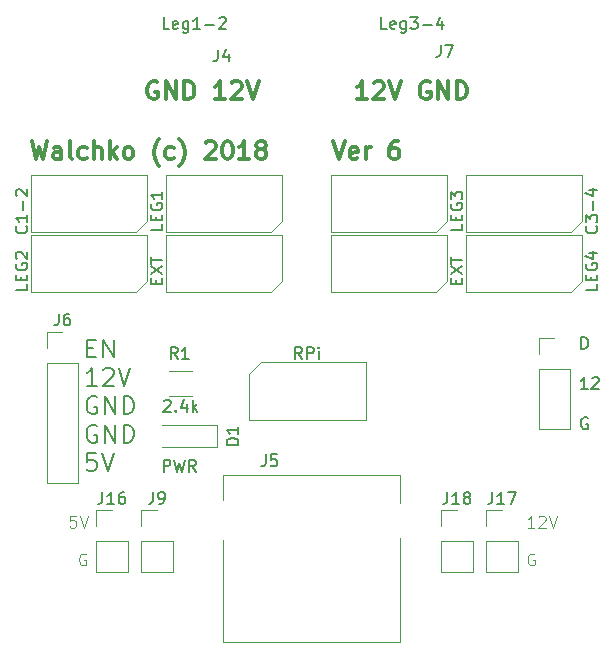
<source format=gbr>
G04 #@! TF.GenerationSoftware,KiCad,Pcbnew,(5.0.1)-4*
G04 #@! TF.CreationDate,2018-11-27T15:03:00-07:00*
G04 #@! TF.ProjectId,robot,726F626F742E6B696361645F70636200,rev?*
G04 #@! TF.SameCoordinates,Original*
G04 #@! TF.FileFunction,Legend,Top*
G04 #@! TF.FilePolarity,Positive*
%FSLAX46Y46*%
G04 Gerber Fmt 4.6, Leading zero omitted, Abs format (unit mm)*
G04 Created by KiCad (PCBNEW (5.0.1)-4) date 11/27/2018 3:03:00 PM*
%MOMM*%
%LPD*%
G01*
G04 APERTURE LIST*
%ADD10C,0.300000*%
%ADD11C,0.150000*%
%ADD12C,0.100000*%
%ADD13C,0.200000*%
%ADD14C,0.120000*%
G04 APERTURE END LIST*
D10*
X139089285Y-67353571D02*
X138232142Y-67353571D01*
X138660714Y-67353571D02*
X138660714Y-65853571D01*
X138517857Y-66067857D01*
X138375000Y-66210714D01*
X138232142Y-66282142D01*
X139660714Y-65996428D02*
X139732142Y-65925000D01*
X139875000Y-65853571D01*
X140232142Y-65853571D01*
X140375000Y-65925000D01*
X140446428Y-65996428D01*
X140517857Y-66139285D01*
X140517857Y-66282142D01*
X140446428Y-66496428D01*
X139589285Y-67353571D01*
X140517857Y-67353571D01*
X140946428Y-65853571D02*
X141446428Y-67353571D01*
X141946428Y-65853571D01*
X144375000Y-65925000D02*
X144232142Y-65853571D01*
X144017857Y-65853571D01*
X143803571Y-65925000D01*
X143660714Y-66067857D01*
X143589285Y-66210714D01*
X143517857Y-66496428D01*
X143517857Y-66710714D01*
X143589285Y-66996428D01*
X143660714Y-67139285D01*
X143803571Y-67282142D01*
X144017857Y-67353571D01*
X144160714Y-67353571D01*
X144375000Y-67282142D01*
X144446428Y-67210714D01*
X144446428Y-66710714D01*
X144160714Y-66710714D01*
X145089285Y-67353571D02*
X145089285Y-65853571D01*
X145946428Y-67353571D01*
X145946428Y-65853571D01*
X146660714Y-67353571D02*
X146660714Y-65853571D01*
X147017857Y-65853571D01*
X147232142Y-65925000D01*
X147375000Y-66067857D01*
X147446428Y-66210714D01*
X147517857Y-66496428D01*
X147517857Y-66710714D01*
X147446428Y-66996428D01*
X147375000Y-67139285D01*
X147232142Y-67282142D01*
X147017857Y-67353571D01*
X146660714Y-67353571D01*
X121309285Y-65925000D02*
X121166428Y-65853571D01*
X120952142Y-65853571D01*
X120737857Y-65925000D01*
X120595000Y-66067857D01*
X120523571Y-66210714D01*
X120452142Y-66496428D01*
X120452142Y-66710714D01*
X120523571Y-66996428D01*
X120595000Y-67139285D01*
X120737857Y-67282142D01*
X120952142Y-67353571D01*
X121095000Y-67353571D01*
X121309285Y-67282142D01*
X121380714Y-67210714D01*
X121380714Y-66710714D01*
X121095000Y-66710714D01*
X122023571Y-67353571D02*
X122023571Y-65853571D01*
X122880714Y-67353571D01*
X122880714Y-65853571D01*
X123595000Y-67353571D02*
X123595000Y-65853571D01*
X123952142Y-65853571D01*
X124166428Y-65925000D01*
X124309285Y-66067857D01*
X124380714Y-66210714D01*
X124452142Y-66496428D01*
X124452142Y-66710714D01*
X124380714Y-66996428D01*
X124309285Y-67139285D01*
X124166428Y-67282142D01*
X123952142Y-67353571D01*
X123595000Y-67353571D01*
X127023571Y-67353571D02*
X126166428Y-67353571D01*
X126595000Y-67353571D02*
X126595000Y-65853571D01*
X126452142Y-66067857D01*
X126309285Y-66210714D01*
X126166428Y-66282142D01*
X127595000Y-65996428D02*
X127666428Y-65925000D01*
X127809285Y-65853571D01*
X128166428Y-65853571D01*
X128309285Y-65925000D01*
X128380714Y-65996428D01*
X128452142Y-66139285D01*
X128452142Y-66282142D01*
X128380714Y-66496428D01*
X127523571Y-67353571D01*
X128452142Y-67353571D01*
X128880714Y-65853571D02*
X129380714Y-67353571D01*
X129880714Y-65853571D01*
D11*
X115389642Y-88437857D02*
X115889642Y-88437857D01*
X116103928Y-89223571D02*
X115389642Y-89223571D01*
X115389642Y-87723571D01*
X116103928Y-87723571D01*
X116746785Y-89223571D02*
X116746785Y-87723571D01*
X117603928Y-89223571D01*
X117603928Y-87723571D01*
X116175357Y-91623571D02*
X115318214Y-91623571D01*
X115746785Y-91623571D02*
X115746785Y-90123571D01*
X115603928Y-90337857D01*
X115461071Y-90480714D01*
X115318214Y-90552142D01*
X116746785Y-90266428D02*
X116818214Y-90195000D01*
X116961071Y-90123571D01*
X117318214Y-90123571D01*
X117461071Y-90195000D01*
X117532500Y-90266428D01*
X117603928Y-90409285D01*
X117603928Y-90552142D01*
X117532500Y-90766428D01*
X116675357Y-91623571D01*
X117603928Y-91623571D01*
X118032500Y-90123571D02*
X118532500Y-91623571D01*
X119032500Y-90123571D01*
X116175357Y-92595000D02*
X116032500Y-92523571D01*
X115818214Y-92523571D01*
X115603928Y-92595000D01*
X115461071Y-92737857D01*
X115389642Y-92880714D01*
X115318214Y-93166428D01*
X115318214Y-93380714D01*
X115389642Y-93666428D01*
X115461071Y-93809285D01*
X115603928Y-93952142D01*
X115818214Y-94023571D01*
X115961071Y-94023571D01*
X116175357Y-93952142D01*
X116246785Y-93880714D01*
X116246785Y-93380714D01*
X115961071Y-93380714D01*
X116889642Y-94023571D02*
X116889642Y-92523571D01*
X117746785Y-94023571D01*
X117746785Y-92523571D01*
X118461071Y-94023571D02*
X118461071Y-92523571D01*
X118818214Y-92523571D01*
X119032500Y-92595000D01*
X119175357Y-92737857D01*
X119246785Y-92880714D01*
X119318214Y-93166428D01*
X119318214Y-93380714D01*
X119246785Y-93666428D01*
X119175357Y-93809285D01*
X119032500Y-93952142D01*
X118818214Y-94023571D01*
X118461071Y-94023571D01*
X116175357Y-94995000D02*
X116032500Y-94923571D01*
X115818214Y-94923571D01*
X115603928Y-94995000D01*
X115461071Y-95137857D01*
X115389642Y-95280714D01*
X115318214Y-95566428D01*
X115318214Y-95780714D01*
X115389642Y-96066428D01*
X115461071Y-96209285D01*
X115603928Y-96352142D01*
X115818214Y-96423571D01*
X115961071Y-96423571D01*
X116175357Y-96352142D01*
X116246785Y-96280714D01*
X116246785Y-95780714D01*
X115961071Y-95780714D01*
X116889642Y-96423571D02*
X116889642Y-94923571D01*
X117746785Y-96423571D01*
X117746785Y-94923571D01*
X118461071Y-96423571D02*
X118461071Y-94923571D01*
X118818214Y-94923571D01*
X119032500Y-94995000D01*
X119175357Y-95137857D01*
X119246785Y-95280714D01*
X119318214Y-95566428D01*
X119318214Y-95780714D01*
X119246785Y-96066428D01*
X119175357Y-96209285D01*
X119032500Y-96352142D01*
X118818214Y-96423571D01*
X118461071Y-96423571D01*
X116103928Y-97323571D02*
X115389642Y-97323571D01*
X115318214Y-98037857D01*
X115389642Y-97966428D01*
X115532500Y-97895000D01*
X115889642Y-97895000D01*
X116032500Y-97966428D01*
X116103928Y-98037857D01*
X116175357Y-98180714D01*
X116175357Y-98537857D01*
X116103928Y-98680714D01*
X116032500Y-98752142D01*
X115889642Y-98823571D01*
X115532500Y-98823571D01*
X115389642Y-98752142D01*
X115318214Y-98680714D01*
X116603928Y-97323571D02*
X117103928Y-98823571D01*
X117603928Y-97323571D01*
D12*
X114409761Y-102627380D02*
X113933571Y-102627380D01*
X113885952Y-103103571D01*
X113933571Y-103055952D01*
X114028809Y-103008333D01*
X114266904Y-103008333D01*
X114362142Y-103055952D01*
X114409761Y-103103571D01*
X114457380Y-103198809D01*
X114457380Y-103436904D01*
X114409761Y-103532142D01*
X114362142Y-103579761D01*
X114266904Y-103627380D01*
X114028809Y-103627380D01*
X113933571Y-103579761D01*
X113885952Y-103532142D01*
X114743095Y-102627380D02*
X115076428Y-103627380D01*
X115409761Y-102627380D01*
X115266904Y-105875000D02*
X115171666Y-105827380D01*
X115028809Y-105827380D01*
X114885952Y-105875000D01*
X114790714Y-105970238D01*
X114743095Y-106065476D01*
X114695476Y-106255952D01*
X114695476Y-106398809D01*
X114743095Y-106589285D01*
X114790714Y-106684523D01*
X114885952Y-106779761D01*
X115028809Y-106827380D01*
X115124047Y-106827380D01*
X115266904Y-106779761D01*
X115314523Y-106732142D01*
X115314523Y-106398809D01*
X115124047Y-106398809D01*
X153226904Y-103627380D02*
X152655476Y-103627380D01*
X152941190Y-103627380D02*
X152941190Y-102627380D01*
X152845952Y-102770238D01*
X152750714Y-102865476D01*
X152655476Y-102913095D01*
X153607857Y-102722619D02*
X153655476Y-102675000D01*
X153750714Y-102627380D01*
X153988809Y-102627380D01*
X154084047Y-102675000D01*
X154131666Y-102722619D01*
X154179285Y-102817857D01*
X154179285Y-102913095D01*
X154131666Y-103055952D01*
X153560238Y-103627380D01*
X154179285Y-103627380D01*
X154465000Y-102627380D02*
X154798333Y-103627380D01*
X155131666Y-102627380D01*
X153226904Y-105875000D02*
X153131666Y-105827380D01*
X152988809Y-105827380D01*
X152845952Y-105875000D01*
X152750714Y-105970238D01*
X152703095Y-106065476D01*
X152655476Y-106255952D01*
X152655476Y-106398809D01*
X152703095Y-106589285D01*
X152750714Y-106684523D01*
X152845952Y-106779761D01*
X152988809Y-106827380D01*
X153084047Y-106827380D01*
X153226904Y-106779761D01*
X153274523Y-106732142D01*
X153274523Y-106398809D01*
X153084047Y-106398809D01*
D13*
X157213095Y-88492380D02*
X157213095Y-87492380D01*
X157451190Y-87492380D01*
X157594047Y-87540000D01*
X157689285Y-87635238D01*
X157736904Y-87730476D01*
X157784523Y-87920952D01*
X157784523Y-88063809D01*
X157736904Y-88254285D01*
X157689285Y-88349523D01*
X157594047Y-88444761D01*
X157451190Y-88492380D01*
X157213095Y-88492380D01*
X157736904Y-91892380D02*
X157165476Y-91892380D01*
X157451190Y-91892380D02*
X157451190Y-90892380D01*
X157355952Y-91035238D01*
X157260714Y-91130476D01*
X157165476Y-91178095D01*
X158117857Y-90987619D02*
X158165476Y-90940000D01*
X158260714Y-90892380D01*
X158498809Y-90892380D01*
X158594047Y-90940000D01*
X158641666Y-90987619D01*
X158689285Y-91082857D01*
X158689285Y-91178095D01*
X158641666Y-91320952D01*
X158070238Y-91892380D01*
X158689285Y-91892380D01*
X157736904Y-94340000D02*
X157641666Y-94292380D01*
X157498809Y-94292380D01*
X157355952Y-94340000D01*
X157260714Y-94435238D01*
X157213095Y-94530476D01*
X157165476Y-94720952D01*
X157165476Y-94863809D01*
X157213095Y-95054285D01*
X157260714Y-95149523D01*
X157355952Y-95244761D01*
X157498809Y-95292380D01*
X157594047Y-95292380D01*
X157736904Y-95244761D01*
X157784523Y-95197142D01*
X157784523Y-94863809D01*
X157594047Y-94863809D01*
D10*
X136172142Y-70933571D02*
X136672142Y-72433571D01*
X137172142Y-70933571D01*
X138243571Y-72362142D02*
X138100714Y-72433571D01*
X137815000Y-72433571D01*
X137672142Y-72362142D01*
X137600714Y-72219285D01*
X137600714Y-71647857D01*
X137672142Y-71505000D01*
X137815000Y-71433571D01*
X138100714Y-71433571D01*
X138243571Y-71505000D01*
X138315000Y-71647857D01*
X138315000Y-71790714D01*
X137600714Y-71933571D01*
X138957857Y-72433571D02*
X138957857Y-71433571D01*
X138957857Y-71719285D02*
X139029285Y-71576428D01*
X139100714Y-71505000D01*
X139243571Y-71433571D01*
X139386428Y-71433571D01*
X141672142Y-70933571D02*
X141386428Y-70933571D01*
X141243571Y-71005000D01*
X141172142Y-71076428D01*
X141029285Y-71290714D01*
X140957857Y-71576428D01*
X140957857Y-72147857D01*
X141029285Y-72290714D01*
X141100714Y-72362142D01*
X141243571Y-72433571D01*
X141529285Y-72433571D01*
X141672142Y-72362142D01*
X141743571Y-72290714D01*
X141815000Y-72147857D01*
X141815000Y-71790714D01*
X141743571Y-71647857D01*
X141672142Y-71576428D01*
X141529285Y-71505000D01*
X141243571Y-71505000D01*
X141100714Y-71576428D01*
X141029285Y-71647857D01*
X140957857Y-71790714D01*
X110685714Y-70933571D02*
X111042857Y-72433571D01*
X111328571Y-71362142D01*
X111614285Y-72433571D01*
X111971428Y-70933571D01*
X113185714Y-72433571D02*
X113185714Y-71647857D01*
X113114285Y-71505000D01*
X112971428Y-71433571D01*
X112685714Y-71433571D01*
X112542857Y-71505000D01*
X113185714Y-72362142D02*
X113042857Y-72433571D01*
X112685714Y-72433571D01*
X112542857Y-72362142D01*
X112471428Y-72219285D01*
X112471428Y-72076428D01*
X112542857Y-71933571D01*
X112685714Y-71862142D01*
X113042857Y-71862142D01*
X113185714Y-71790714D01*
X114114285Y-72433571D02*
X113971428Y-72362142D01*
X113900000Y-72219285D01*
X113900000Y-70933571D01*
X115328571Y-72362142D02*
X115185714Y-72433571D01*
X114900000Y-72433571D01*
X114757142Y-72362142D01*
X114685714Y-72290714D01*
X114614285Y-72147857D01*
X114614285Y-71719285D01*
X114685714Y-71576428D01*
X114757142Y-71505000D01*
X114900000Y-71433571D01*
X115185714Y-71433571D01*
X115328571Y-71505000D01*
X115971428Y-72433571D02*
X115971428Y-70933571D01*
X116614285Y-72433571D02*
X116614285Y-71647857D01*
X116542857Y-71505000D01*
X116400000Y-71433571D01*
X116185714Y-71433571D01*
X116042857Y-71505000D01*
X115971428Y-71576428D01*
X117328571Y-72433571D02*
X117328571Y-70933571D01*
X117471428Y-71862142D02*
X117900000Y-72433571D01*
X117900000Y-71433571D02*
X117328571Y-72005000D01*
X118757142Y-72433571D02*
X118614285Y-72362142D01*
X118542857Y-72290714D01*
X118471428Y-72147857D01*
X118471428Y-71719285D01*
X118542857Y-71576428D01*
X118614285Y-71505000D01*
X118757142Y-71433571D01*
X118971428Y-71433571D01*
X119114285Y-71505000D01*
X119185714Y-71576428D01*
X119257142Y-71719285D01*
X119257142Y-72147857D01*
X119185714Y-72290714D01*
X119114285Y-72362142D01*
X118971428Y-72433571D01*
X118757142Y-72433571D01*
X121471428Y-73005000D02*
X121400000Y-72933571D01*
X121257142Y-72719285D01*
X121185714Y-72576428D01*
X121114285Y-72362142D01*
X121042857Y-72005000D01*
X121042857Y-71719285D01*
X121114285Y-71362142D01*
X121185714Y-71147857D01*
X121257142Y-71005000D01*
X121400000Y-70790714D01*
X121471428Y-70719285D01*
X122685714Y-72362142D02*
X122542857Y-72433571D01*
X122257142Y-72433571D01*
X122114285Y-72362142D01*
X122042857Y-72290714D01*
X121971428Y-72147857D01*
X121971428Y-71719285D01*
X122042857Y-71576428D01*
X122114285Y-71505000D01*
X122257142Y-71433571D01*
X122542857Y-71433571D01*
X122685714Y-71505000D01*
X123185714Y-73005000D02*
X123257142Y-72933571D01*
X123400000Y-72719285D01*
X123471428Y-72576428D01*
X123542857Y-72362142D01*
X123614285Y-72005000D01*
X123614285Y-71719285D01*
X123542857Y-71362142D01*
X123471428Y-71147857D01*
X123400000Y-71005000D01*
X123257142Y-70790714D01*
X123185714Y-70719285D01*
X125400000Y-71076428D02*
X125471428Y-71005000D01*
X125614285Y-70933571D01*
X125971428Y-70933571D01*
X126114285Y-71005000D01*
X126185714Y-71076428D01*
X126257142Y-71219285D01*
X126257142Y-71362142D01*
X126185714Y-71576428D01*
X125328571Y-72433571D01*
X126257142Y-72433571D01*
X127185714Y-70933571D02*
X127328571Y-70933571D01*
X127471428Y-71005000D01*
X127542857Y-71076428D01*
X127614285Y-71219285D01*
X127685714Y-71505000D01*
X127685714Y-71862142D01*
X127614285Y-72147857D01*
X127542857Y-72290714D01*
X127471428Y-72362142D01*
X127328571Y-72433571D01*
X127185714Y-72433571D01*
X127042857Y-72362142D01*
X126971428Y-72290714D01*
X126900000Y-72147857D01*
X126828571Y-71862142D01*
X126828571Y-71505000D01*
X126900000Y-71219285D01*
X126971428Y-71076428D01*
X127042857Y-71005000D01*
X127185714Y-70933571D01*
X129114285Y-72433571D02*
X128257142Y-72433571D01*
X128685714Y-72433571D02*
X128685714Y-70933571D01*
X128542857Y-71147857D01*
X128400000Y-71290714D01*
X128257142Y-71362142D01*
X129971428Y-71576428D02*
X129828571Y-71505000D01*
X129757142Y-71433571D01*
X129685714Y-71290714D01*
X129685714Y-71219285D01*
X129757142Y-71076428D01*
X129828571Y-71005000D01*
X129971428Y-70933571D01*
X130257142Y-70933571D01*
X130400000Y-71005000D01*
X130471428Y-71076428D01*
X130542857Y-71219285D01*
X130542857Y-71290714D01*
X130471428Y-71433571D01*
X130400000Y-71505000D01*
X130257142Y-71576428D01*
X129971428Y-71576428D01*
X129828571Y-71647857D01*
X129757142Y-71719285D01*
X129685714Y-71862142D01*
X129685714Y-72147857D01*
X129757142Y-72290714D01*
X129828571Y-72362142D01*
X129971428Y-72433571D01*
X130257142Y-72433571D01*
X130400000Y-72362142D01*
X130471428Y-72290714D01*
X130542857Y-72147857D01*
X130542857Y-71862142D01*
X130471428Y-71719285D01*
X130400000Y-71647857D01*
X130257142Y-71576428D01*
D14*
G04 #@! TO.C,D1*
X126385000Y-96835000D02*
X126385000Y-94935000D01*
X126385000Y-94935000D02*
X121685000Y-94935000D01*
X126385000Y-96835000D02*
X121685000Y-96835000D01*
G04 #@! TO.C,J1*
X119480000Y-78635000D02*
X120480000Y-77635000D01*
X110580000Y-73735000D02*
X110580000Y-78635000D01*
X110580000Y-78635000D02*
X119480000Y-78635000D01*
X120480000Y-77635000D02*
X120480000Y-73735000D01*
X120480000Y-73735000D02*
X110580000Y-73735000D01*
G04 #@! TO.C,J3*
X153610000Y-95310000D02*
X156270000Y-95310000D01*
X153610000Y-90170000D02*
X153610000Y-95310000D01*
X156270000Y-90170000D02*
X156270000Y-95310000D01*
X153610000Y-90170000D02*
X156270000Y-90170000D01*
X153610000Y-88900000D02*
X153610000Y-87570000D01*
X153610000Y-87570000D02*
X154940000Y-87570000D01*
G04 #@! TO.C,J8*
X130910000Y-78635000D02*
X131910000Y-77635000D01*
X122010000Y-73735000D02*
X122010000Y-78635000D01*
X122010000Y-78635000D02*
X130910000Y-78635000D01*
X131910000Y-77635000D02*
X131910000Y-73735000D01*
X131910000Y-73735000D02*
X122010000Y-73735000D01*
G04 #@! TO.C,J10*
X119480000Y-83715000D02*
X120480000Y-82715000D01*
X110580000Y-78815000D02*
X110580000Y-83715000D01*
X110580000Y-83715000D02*
X119480000Y-83715000D01*
X120480000Y-82715000D02*
X120480000Y-78815000D01*
X120480000Y-78815000D02*
X110580000Y-78815000D01*
G04 #@! TO.C,J11*
X130910000Y-83715000D02*
X131910000Y-82715000D01*
X122010000Y-78815000D02*
X122010000Y-83715000D01*
X122010000Y-83715000D02*
X130910000Y-83715000D01*
X131910000Y-82715000D02*
X131910000Y-78815000D01*
X131910000Y-78815000D02*
X122010000Y-78815000D01*
G04 #@! TO.C,R1*
X124285000Y-92510000D02*
X122285000Y-92510000D01*
X122285000Y-90370000D02*
X124285000Y-90370000D01*
G04 #@! TO.C,J12*
X156310000Y-83715000D02*
X157310000Y-82715000D01*
X147410000Y-78815000D02*
X147410000Y-83715000D01*
X147410000Y-83715000D02*
X156310000Y-83715000D01*
X157310000Y-82715000D02*
X157310000Y-78815000D01*
X157310000Y-78815000D02*
X147410000Y-78815000D01*
G04 #@! TO.C,J13*
X144880000Y-83715000D02*
X145880000Y-82715000D01*
X135980000Y-78815000D02*
X135980000Y-83715000D01*
X135980000Y-83715000D02*
X144880000Y-83715000D01*
X145880000Y-82715000D02*
X145880000Y-78815000D01*
X145880000Y-78815000D02*
X135980000Y-78815000D01*
G04 #@! TO.C,J14*
X156310000Y-78635000D02*
X157310000Y-77635000D01*
X147410000Y-73735000D02*
X147410000Y-78635000D01*
X147410000Y-78635000D02*
X156310000Y-78635000D01*
X157310000Y-77635000D02*
X157310000Y-73735000D01*
X157310000Y-73735000D02*
X147410000Y-73735000D01*
G04 #@! TO.C,J15*
X144880000Y-78635000D02*
X145880000Y-77635000D01*
X135980000Y-73735000D02*
X135980000Y-78635000D01*
X135980000Y-78635000D02*
X144880000Y-78635000D01*
X145880000Y-77635000D02*
X145880000Y-73735000D01*
X145880000Y-73735000D02*
X135980000Y-73735000D01*
G04 #@! TO.C,J2*
X130075000Y-89640000D02*
X129075000Y-90640000D01*
X138975000Y-94540000D02*
X138975000Y-89640000D01*
X138975000Y-89640000D02*
X130075000Y-89640000D01*
X129075000Y-90640000D02*
X129075000Y-94540000D01*
X129075000Y-94540000D02*
X138975000Y-94540000D01*
G04 #@! TO.C,J5*
X126870000Y-104680000D02*
X126870000Y-113280000D01*
X141860000Y-104480000D02*
X141860000Y-113280000D01*
X141860000Y-113280000D02*
X126870000Y-113280000D01*
X141860000Y-99190000D02*
X126870000Y-99190000D01*
X126870000Y-99190000D02*
X126870000Y-101310000D01*
X141860000Y-99190000D02*
X141860000Y-101520000D01*
G04 #@! TO.C,J6*
X111954000Y-87062000D02*
X113284000Y-87062000D01*
X111954000Y-88392000D02*
X111954000Y-87062000D01*
X111954000Y-89662000D02*
X114614000Y-89662000D01*
X114614000Y-89662000D02*
X114614000Y-99882000D01*
X111954000Y-89662000D02*
X111954000Y-99882000D01*
X111954000Y-99882000D02*
X114614000Y-99882000D01*
G04 #@! TO.C,J9*
X119955000Y-107375000D02*
X122615000Y-107375000D01*
X119955000Y-104775000D02*
X119955000Y-107375000D01*
X122615000Y-104775000D02*
X122615000Y-107375000D01*
X119955000Y-104775000D02*
X122615000Y-104775000D01*
X119955000Y-103505000D02*
X119955000Y-102175000D01*
X119955000Y-102175000D02*
X121285000Y-102175000D01*
G04 #@! TO.C,J16*
X116145000Y-102175000D02*
X117475000Y-102175000D01*
X116145000Y-103505000D02*
X116145000Y-102175000D01*
X116145000Y-104775000D02*
X118805000Y-104775000D01*
X118805000Y-104775000D02*
X118805000Y-107375000D01*
X116145000Y-104775000D02*
X116145000Y-107375000D01*
X116145000Y-107375000D02*
X118805000Y-107375000D01*
G04 #@! TO.C,J17*
X149165000Y-107375000D02*
X151825000Y-107375000D01*
X149165000Y-104775000D02*
X149165000Y-107375000D01*
X151825000Y-104775000D02*
X151825000Y-107375000D01*
X149165000Y-104775000D02*
X151825000Y-104775000D01*
X149165000Y-103505000D02*
X149165000Y-102175000D01*
X149165000Y-102175000D02*
X150495000Y-102175000D01*
G04 #@! TO.C,J18*
X145355000Y-102175000D02*
X146685000Y-102175000D01*
X145355000Y-103505000D02*
X145355000Y-102175000D01*
X145355000Y-104775000D02*
X148015000Y-104775000D01*
X148015000Y-104775000D02*
X148015000Y-107375000D01*
X145355000Y-104775000D02*
X145355000Y-107375000D01*
X145355000Y-107375000D02*
X148015000Y-107375000D01*
G04 #@! TO.C,D1*
D11*
X128182380Y-96623095D02*
X127182380Y-96623095D01*
X127182380Y-96385000D01*
X127230000Y-96242142D01*
X127325238Y-96146904D01*
X127420476Y-96099285D01*
X127610952Y-96051666D01*
X127753809Y-96051666D01*
X127944285Y-96099285D01*
X128039523Y-96146904D01*
X128134761Y-96242142D01*
X128182380Y-96385000D01*
X128182380Y-96623095D01*
X128182380Y-95099285D02*
X128182380Y-95670714D01*
X128182380Y-95385000D02*
X127182380Y-95385000D01*
X127325238Y-95480238D01*
X127420476Y-95575476D01*
X127468095Y-95670714D01*
X121856666Y-98877380D02*
X121856666Y-97877380D01*
X122237619Y-97877380D01*
X122332857Y-97925000D01*
X122380476Y-97972619D01*
X122428095Y-98067857D01*
X122428095Y-98210714D01*
X122380476Y-98305952D01*
X122332857Y-98353571D01*
X122237619Y-98401190D01*
X121856666Y-98401190D01*
X122761428Y-97877380D02*
X122999523Y-98877380D01*
X123190000Y-98163095D01*
X123380476Y-98877380D01*
X123618571Y-97877380D01*
X124570952Y-98877380D02*
X124237619Y-98401190D01*
X123999523Y-98877380D02*
X123999523Y-97877380D01*
X124380476Y-97877380D01*
X124475714Y-97925000D01*
X124523333Y-97972619D01*
X124570952Y-98067857D01*
X124570952Y-98210714D01*
X124523333Y-98305952D01*
X124475714Y-98353571D01*
X124380476Y-98401190D01*
X123999523Y-98401190D01*
G04 #@! TO.C,J1*
X110212142Y-78096904D02*
X110259761Y-78144523D01*
X110307380Y-78287380D01*
X110307380Y-78382619D01*
X110259761Y-78525476D01*
X110164523Y-78620714D01*
X110069285Y-78668333D01*
X109878809Y-78715952D01*
X109735952Y-78715952D01*
X109545476Y-78668333D01*
X109450238Y-78620714D01*
X109355000Y-78525476D01*
X109307380Y-78382619D01*
X109307380Y-78287380D01*
X109355000Y-78144523D01*
X109402619Y-78096904D01*
X110307380Y-77144523D02*
X110307380Y-77715952D01*
X110307380Y-77430238D02*
X109307380Y-77430238D01*
X109450238Y-77525476D01*
X109545476Y-77620714D01*
X109593095Y-77715952D01*
X109926428Y-76715952D02*
X109926428Y-75954047D01*
X109402619Y-75525476D02*
X109355000Y-75477857D01*
X109307380Y-75382619D01*
X109307380Y-75144523D01*
X109355000Y-75049285D01*
X109402619Y-75001666D01*
X109497857Y-74954047D01*
X109593095Y-74954047D01*
X109735952Y-75001666D01*
X110307380Y-75573095D01*
X110307380Y-74954047D01*
G04 #@! TO.C,J8*
X121737380Y-77954047D02*
X121737380Y-78430238D01*
X120737380Y-78430238D01*
X121213571Y-77620714D02*
X121213571Y-77287380D01*
X121737380Y-77144523D02*
X121737380Y-77620714D01*
X120737380Y-77620714D01*
X120737380Y-77144523D01*
X120785000Y-76192142D02*
X120737380Y-76287380D01*
X120737380Y-76430238D01*
X120785000Y-76573095D01*
X120880238Y-76668333D01*
X120975476Y-76715952D01*
X121165952Y-76763571D01*
X121308809Y-76763571D01*
X121499285Y-76715952D01*
X121594523Y-76668333D01*
X121689761Y-76573095D01*
X121737380Y-76430238D01*
X121737380Y-76335000D01*
X121689761Y-76192142D01*
X121642142Y-76144523D01*
X121308809Y-76144523D01*
X121308809Y-76335000D01*
X121737380Y-75192142D02*
X121737380Y-75763571D01*
X121737380Y-75477857D02*
X120737380Y-75477857D01*
X120880238Y-75573095D01*
X120975476Y-75668333D01*
X121023095Y-75763571D01*
G04 #@! TO.C,J10*
X110307380Y-83034047D02*
X110307380Y-83510238D01*
X109307380Y-83510238D01*
X109783571Y-82700714D02*
X109783571Y-82367380D01*
X110307380Y-82224523D02*
X110307380Y-82700714D01*
X109307380Y-82700714D01*
X109307380Y-82224523D01*
X109355000Y-81272142D02*
X109307380Y-81367380D01*
X109307380Y-81510238D01*
X109355000Y-81653095D01*
X109450238Y-81748333D01*
X109545476Y-81795952D01*
X109735952Y-81843571D01*
X109878809Y-81843571D01*
X110069285Y-81795952D01*
X110164523Y-81748333D01*
X110259761Y-81653095D01*
X110307380Y-81510238D01*
X110307380Y-81415000D01*
X110259761Y-81272142D01*
X110212142Y-81224523D01*
X109878809Y-81224523D01*
X109878809Y-81415000D01*
X109402619Y-80843571D02*
X109355000Y-80795952D01*
X109307380Y-80700714D01*
X109307380Y-80462619D01*
X109355000Y-80367380D01*
X109402619Y-80319761D01*
X109497857Y-80272142D01*
X109593095Y-80272142D01*
X109735952Y-80319761D01*
X110307380Y-80891190D01*
X110307380Y-80272142D01*
G04 #@! TO.C,J11*
X121213571Y-82986428D02*
X121213571Y-82653095D01*
X121737380Y-82510238D02*
X121737380Y-82986428D01*
X120737380Y-82986428D01*
X120737380Y-82510238D01*
X120737380Y-82176904D02*
X121737380Y-81510238D01*
X120737380Y-81510238D02*
X121737380Y-82176904D01*
X120737380Y-81272142D02*
X120737380Y-80700714D01*
X121737380Y-80986428D02*
X120737380Y-80986428D01*
G04 #@! TO.C,R1*
X123023333Y-89352380D02*
X122690000Y-88876190D01*
X122451904Y-89352380D02*
X122451904Y-88352380D01*
X122832857Y-88352380D01*
X122928095Y-88400000D01*
X122975714Y-88447619D01*
X123023333Y-88542857D01*
X123023333Y-88685714D01*
X122975714Y-88780952D01*
X122928095Y-88828571D01*
X122832857Y-88876190D01*
X122451904Y-88876190D01*
X123975714Y-89352380D02*
X123404285Y-89352380D01*
X123690000Y-89352380D02*
X123690000Y-88352380D01*
X123594761Y-88495238D01*
X123499523Y-88590476D01*
X123404285Y-88638095D01*
X121880238Y-92892619D02*
X121927857Y-92845000D01*
X122023095Y-92797380D01*
X122261190Y-92797380D01*
X122356428Y-92845000D01*
X122404047Y-92892619D01*
X122451666Y-92987857D01*
X122451666Y-93083095D01*
X122404047Y-93225952D01*
X121832619Y-93797380D01*
X122451666Y-93797380D01*
X122880238Y-93702142D02*
X122927857Y-93749761D01*
X122880238Y-93797380D01*
X122832619Y-93749761D01*
X122880238Y-93702142D01*
X122880238Y-93797380D01*
X123785000Y-93130714D02*
X123785000Y-93797380D01*
X123546904Y-92749761D02*
X123308809Y-93464047D01*
X123927857Y-93464047D01*
X124308809Y-93797380D02*
X124308809Y-92797380D01*
X124404047Y-93416428D02*
X124689761Y-93797380D01*
X124689761Y-93130714D02*
X124308809Y-93511666D01*
G04 #@! TO.C,J12*
X158567380Y-83034047D02*
X158567380Y-83510238D01*
X157567380Y-83510238D01*
X158043571Y-82700714D02*
X158043571Y-82367380D01*
X158567380Y-82224523D02*
X158567380Y-82700714D01*
X157567380Y-82700714D01*
X157567380Y-82224523D01*
X157615000Y-81272142D02*
X157567380Y-81367380D01*
X157567380Y-81510238D01*
X157615000Y-81653095D01*
X157710238Y-81748333D01*
X157805476Y-81795952D01*
X157995952Y-81843571D01*
X158138809Y-81843571D01*
X158329285Y-81795952D01*
X158424523Y-81748333D01*
X158519761Y-81653095D01*
X158567380Y-81510238D01*
X158567380Y-81415000D01*
X158519761Y-81272142D01*
X158472142Y-81224523D01*
X158138809Y-81224523D01*
X158138809Y-81415000D01*
X157900714Y-80367380D02*
X158567380Y-80367380D01*
X157519761Y-80605476D02*
X158234047Y-80843571D01*
X158234047Y-80224523D01*
G04 #@! TO.C,J13*
X146613571Y-82986428D02*
X146613571Y-82653095D01*
X147137380Y-82510238D02*
X147137380Y-82986428D01*
X146137380Y-82986428D01*
X146137380Y-82510238D01*
X146137380Y-82176904D02*
X147137380Y-81510238D01*
X146137380Y-81510238D02*
X147137380Y-82176904D01*
X146137380Y-81272142D02*
X146137380Y-80700714D01*
X147137380Y-80986428D02*
X146137380Y-80986428D01*
G04 #@! TO.C,J14*
X158472142Y-78096904D02*
X158519761Y-78144523D01*
X158567380Y-78287380D01*
X158567380Y-78382619D01*
X158519761Y-78525476D01*
X158424523Y-78620714D01*
X158329285Y-78668333D01*
X158138809Y-78715952D01*
X157995952Y-78715952D01*
X157805476Y-78668333D01*
X157710238Y-78620714D01*
X157615000Y-78525476D01*
X157567380Y-78382619D01*
X157567380Y-78287380D01*
X157615000Y-78144523D01*
X157662619Y-78096904D01*
X157567380Y-77763571D02*
X157567380Y-77144523D01*
X157948333Y-77477857D01*
X157948333Y-77335000D01*
X157995952Y-77239761D01*
X158043571Y-77192142D01*
X158138809Y-77144523D01*
X158376904Y-77144523D01*
X158472142Y-77192142D01*
X158519761Y-77239761D01*
X158567380Y-77335000D01*
X158567380Y-77620714D01*
X158519761Y-77715952D01*
X158472142Y-77763571D01*
X158186428Y-76715952D02*
X158186428Y-75954047D01*
X157900714Y-75049285D02*
X158567380Y-75049285D01*
X157519761Y-75287380D02*
X158234047Y-75525476D01*
X158234047Y-74906428D01*
G04 #@! TO.C,J15*
X147137380Y-77954047D02*
X147137380Y-78430238D01*
X146137380Y-78430238D01*
X146613571Y-77620714D02*
X146613571Y-77287380D01*
X147137380Y-77144523D02*
X147137380Y-77620714D01*
X146137380Y-77620714D01*
X146137380Y-77144523D01*
X146185000Y-76192142D02*
X146137380Y-76287380D01*
X146137380Y-76430238D01*
X146185000Y-76573095D01*
X146280238Y-76668333D01*
X146375476Y-76715952D01*
X146565952Y-76763571D01*
X146708809Y-76763571D01*
X146899285Y-76715952D01*
X146994523Y-76668333D01*
X147089761Y-76573095D01*
X147137380Y-76430238D01*
X147137380Y-76335000D01*
X147089761Y-76192142D01*
X147042142Y-76144523D01*
X146708809Y-76144523D01*
X146708809Y-76335000D01*
X146137380Y-75811190D02*
X146137380Y-75192142D01*
X146518333Y-75525476D01*
X146518333Y-75382619D01*
X146565952Y-75287380D01*
X146613571Y-75239761D01*
X146708809Y-75192142D01*
X146946904Y-75192142D01*
X147042142Y-75239761D01*
X147089761Y-75287380D01*
X147137380Y-75382619D01*
X147137380Y-75668333D01*
X147089761Y-75763571D01*
X147042142Y-75811190D01*
G04 #@! TO.C,J2*
X133556428Y-89352380D02*
X133223095Y-88876190D01*
X132985000Y-89352380D02*
X132985000Y-88352380D01*
X133365952Y-88352380D01*
X133461190Y-88400000D01*
X133508809Y-88447619D01*
X133556428Y-88542857D01*
X133556428Y-88685714D01*
X133508809Y-88780952D01*
X133461190Y-88828571D01*
X133365952Y-88876190D01*
X132985000Y-88876190D01*
X133985000Y-89352380D02*
X133985000Y-88352380D01*
X134365952Y-88352380D01*
X134461190Y-88400000D01*
X134508809Y-88447619D01*
X134556428Y-88542857D01*
X134556428Y-88685714D01*
X134508809Y-88780952D01*
X134461190Y-88828571D01*
X134365952Y-88876190D01*
X133985000Y-88876190D01*
X134985000Y-89352380D02*
X134985000Y-88685714D01*
X134985000Y-88352380D02*
X134937380Y-88400000D01*
X134985000Y-88447619D01*
X135032619Y-88400000D01*
X134985000Y-88352380D01*
X134985000Y-88447619D01*
G04 #@! TO.C,J5*
X130476666Y-97432380D02*
X130476666Y-98146666D01*
X130429047Y-98289523D01*
X130333809Y-98384761D01*
X130190952Y-98432380D01*
X130095714Y-98432380D01*
X131429047Y-97432380D02*
X130952857Y-97432380D01*
X130905238Y-97908571D01*
X130952857Y-97860952D01*
X131048095Y-97813333D01*
X131286190Y-97813333D01*
X131381428Y-97860952D01*
X131429047Y-97908571D01*
X131476666Y-98003809D01*
X131476666Y-98241904D01*
X131429047Y-98337142D01*
X131381428Y-98384761D01*
X131286190Y-98432380D01*
X131048095Y-98432380D01*
X130952857Y-98384761D01*
X130905238Y-98337142D01*
G04 #@! TO.C,J6*
X112950666Y-85514380D02*
X112950666Y-86228666D01*
X112903047Y-86371523D01*
X112807809Y-86466761D01*
X112664952Y-86514380D01*
X112569714Y-86514380D01*
X113855428Y-85514380D02*
X113664952Y-85514380D01*
X113569714Y-85562000D01*
X113522095Y-85609619D01*
X113426857Y-85752476D01*
X113379238Y-85942952D01*
X113379238Y-86323904D01*
X113426857Y-86419142D01*
X113474476Y-86466761D01*
X113569714Y-86514380D01*
X113760190Y-86514380D01*
X113855428Y-86466761D01*
X113903047Y-86419142D01*
X113950666Y-86323904D01*
X113950666Y-86085809D01*
X113903047Y-85990571D01*
X113855428Y-85942952D01*
X113760190Y-85895333D01*
X113569714Y-85895333D01*
X113474476Y-85942952D01*
X113426857Y-85990571D01*
X113379238Y-86085809D01*
G04 #@! TO.C,*
G04 #@! TO.C,J4*
X126438066Y-63155580D02*
X126438066Y-63869866D01*
X126390447Y-64012723D01*
X126295209Y-64107961D01*
X126152352Y-64155580D01*
X126057114Y-64155580D01*
X127342828Y-63488914D02*
X127342828Y-64155580D01*
X127104733Y-63107961D02*
X126866638Y-63822247D01*
X127485685Y-63822247D01*
X122317142Y-61412380D02*
X121840952Y-61412380D01*
X121840952Y-60412380D01*
X123031428Y-61364761D02*
X122936190Y-61412380D01*
X122745714Y-61412380D01*
X122650476Y-61364761D01*
X122602857Y-61269523D01*
X122602857Y-60888571D01*
X122650476Y-60793333D01*
X122745714Y-60745714D01*
X122936190Y-60745714D01*
X123031428Y-60793333D01*
X123079047Y-60888571D01*
X123079047Y-60983809D01*
X122602857Y-61079047D01*
X123936190Y-60745714D02*
X123936190Y-61555238D01*
X123888571Y-61650476D01*
X123840952Y-61698095D01*
X123745714Y-61745714D01*
X123602857Y-61745714D01*
X123507619Y-61698095D01*
X123936190Y-61364761D02*
X123840952Y-61412380D01*
X123650476Y-61412380D01*
X123555238Y-61364761D01*
X123507619Y-61317142D01*
X123460000Y-61221904D01*
X123460000Y-60936190D01*
X123507619Y-60840952D01*
X123555238Y-60793333D01*
X123650476Y-60745714D01*
X123840952Y-60745714D01*
X123936190Y-60793333D01*
X124936190Y-61412380D02*
X124364761Y-61412380D01*
X124650476Y-61412380D02*
X124650476Y-60412380D01*
X124555238Y-60555238D01*
X124460000Y-60650476D01*
X124364761Y-60698095D01*
X125364761Y-61031428D02*
X126126666Y-61031428D01*
X126555238Y-60507619D02*
X126602857Y-60460000D01*
X126698095Y-60412380D01*
X126936190Y-60412380D01*
X127031428Y-60460000D01*
X127079047Y-60507619D01*
X127126666Y-60602857D01*
X127126666Y-60698095D01*
X127079047Y-60840952D01*
X126507619Y-61412380D01*
X127126666Y-61412380D01*
G04 #@! TO.C,J7*
X145310266Y-62749180D02*
X145310266Y-63463466D01*
X145262647Y-63606323D01*
X145167409Y-63701561D01*
X145024552Y-63749180D01*
X144929314Y-63749180D01*
X145691219Y-62749180D02*
X146357885Y-62749180D01*
X145929314Y-63749180D01*
X140732142Y-61412380D02*
X140255952Y-61412380D01*
X140255952Y-60412380D01*
X141446428Y-61364761D02*
X141351190Y-61412380D01*
X141160714Y-61412380D01*
X141065476Y-61364761D01*
X141017857Y-61269523D01*
X141017857Y-60888571D01*
X141065476Y-60793333D01*
X141160714Y-60745714D01*
X141351190Y-60745714D01*
X141446428Y-60793333D01*
X141494047Y-60888571D01*
X141494047Y-60983809D01*
X141017857Y-61079047D01*
X142351190Y-60745714D02*
X142351190Y-61555238D01*
X142303571Y-61650476D01*
X142255952Y-61698095D01*
X142160714Y-61745714D01*
X142017857Y-61745714D01*
X141922619Y-61698095D01*
X142351190Y-61364761D02*
X142255952Y-61412380D01*
X142065476Y-61412380D01*
X141970238Y-61364761D01*
X141922619Y-61317142D01*
X141875000Y-61221904D01*
X141875000Y-60936190D01*
X141922619Y-60840952D01*
X141970238Y-60793333D01*
X142065476Y-60745714D01*
X142255952Y-60745714D01*
X142351190Y-60793333D01*
X142732142Y-60412380D02*
X143351190Y-60412380D01*
X143017857Y-60793333D01*
X143160714Y-60793333D01*
X143255952Y-60840952D01*
X143303571Y-60888571D01*
X143351190Y-60983809D01*
X143351190Y-61221904D01*
X143303571Y-61317142D01*
X143255952Y-61364761D01*
X143160714Y-61412380D01*
X142875000Y-61412380D01*
X142779761Y-61364761D01*
X142732142Y-61317142D01*
X143779761Y-61031428D02*
X144541666Y-61031428D01*
X145446428Y-60745714D02*
X145446428Y-61412380D01*
X145208333Y-60364761D02*
X144970238Y-61079047D01*
X145589285Y-61079047D01*
G04 #@! TO.C,J9*
X120951666Y-100627380D02*
X120951666Y-101341666D01*
X120904047Y-101484523D01*
X120808809Y-101579761D01*
X120665952Y-101627380D01*
X120570714Y-101627380D01*
X121475476Y-101627380D02*
X121665952Y-101627380D01*
X121761190Y-101579761D01*
X121808809Y-101532142D01*
X121904047Y-101389285D01*
X121951666Y-101198809D01*
X121951666Y-100817857D01*
X121904047Y-100722619D01*
X121856428Y-100675000D01*
X121761190Y-100627380D01*
X121570714Y-100627380D01*
X121475476Y-100675000D01*
X121427857Y-100722619D01*
X121380238Y-100817857D01*
X121380238Y-101055952D01*
X121427857Y-101151190D01*
X121475476Y-101198809D01*
X121570714Y-101246428D01*
X121761190Y-101246428D01*
X121856428Y-101198809D01*
X121904047Y-101151190D01*
X121951666Y-101055952D01*
G04 #@! TO.C,J16*
X116665476Y-100627380D02*
X116665476Y-101341666D01*
X116617857Y-101484523D01*
X116522619Y-101579761D01*
X116379761Y-101627380D01*
X116284523Y-101627380D01*
X117665476Y-101627380D02*
X117094047Y-101627380D01*
X117379761Y-101627380D02*
X117379761Y-100627380D01*
X117284523Y-100770238D01*
X117189285Y-100865476D01*
X117094047Y-100913095D01*
X118522619Y-100627380D02*
X118332142Y-100627380D01*
X118236904Y-100675000D01*
X118189285Y-100722619D01*
X118094047Y-100865476D01*
X118046428Y-101055952D01*
X118046428Y-101436904D01*
X118094047Y-101532142D01*
X118141666Y-101579761D01*
X118236904Y-101627380D01*
X118427380Y-101627380D01*
X118522619Y-101579761D01*
X118570238Y-101532142D01*
X118617857Y-101436904D01*
X118617857Y-101198809D01*
X118570238Y-101103571D01*
X118522619Y-101055952D01*
X118427380Y-101008333D01*
X118236904Y-101008333D01*
X118141666Y-101055952D01*
X118094047Y-101103571D01*
X118046428Y-101198809D01*
G04 #@! TO.C,J17*
X149685476Y-100627380D02*
X149685476Y-101341666D01*
X149637857Y-101484523D01*
X149542619Y-101579761D01*
X149399761Y-101627380D01*
X149304523Y-101627380D01*
X150685476Y-101627380D02*
X150114047Y-101627380D01*
X150399761Y-101627380D02*
X150399761Y-100627380D01*
X150304523Y-100770238D01*
X150209285Y-100865476D01*
X150114047Y-100913095D01*
X151018809Y-100627380D02*
X151685476Y-100627380D01*
X151256904Y-101627380D01*
G04 #@! TO.C,J18*
X145875476Y-100627380D02*
X145875476Y-101341666D01*
X145827857Y-101484523D01*
X145732619Y-101579761D01*
X145589761Y-101627380D01*
X145494523Y-101627380D01*
X146875476Y-101627380D02*
X146304047Y-101627380D01*
X146589761Y-101627380D02*
X146589761Y-100627380D01*
X146494523Y-100770238D01*
X146399285Y-100865476D01*
X146304047Y-100913095D01*
X147446904Y-101055952D02*
X147351666Y-101008333D01*
X147304047Y-100960714D01*
X147256428Y-100865476D01*
X147256428Y-100817857D01*
X147304047Y-100722619D01*
X147351666Y-100675000D01*
X147446904Y-100627380D01*
X147637380Y-100627380D01*
X147732619Y-100675000D01*
X147780238Y-100722619D01*
X147827857Y-100817857D01*
X147827857Y-100865476D01*
X147780238Y-100960714D01*
X147732619Y-101008333D01*
X147637380Y-101055952D01*
X147446904Y-101055952D01*
X147351666Y-101103571D01*
X147304047Y-101151190D01*
X147256428Y-101246428D01*
X147256428Y-101436904D01*
X147304047Y-101532142D01*
X147351666Y-101579761D01*
X147446904Y-101627380D01*
X147637380Y-101627380D01*
X147732619Y-101579761D01*
X147780238Y-101532142D01*
X147827857Y-101436904D01*
X147827857Y-101246428D01*
X147780238Y-101151190D01*
X147732619Y-101103571D01*
X147637380Y-101055952D01*
G04 #@! TD*
M02*

</source>
